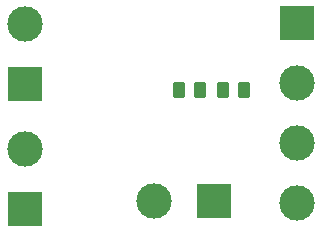
<source format=gbr>
%TF.GenerationSoftware,KiCad,Pcbnew,7.0.8*%
%TF.CreationDate,2024-03-30T04:59:33+03:00*%
%TF.ProjectId,PowerSensor,506f7765-7253-4656-9e73-6f722e6b6963,rev?*%
%TF.SameCoordinates,Original*%
%TF.FileFunction,Soldermask,Bot*%
%TF.FilePolarity,Negative*%
%FSLAX46Y46*%
G04 Gerber Fmt 4.6, Leading zero omitted, Abs format (unit mm)*
G04 Created by KiCad (PCBNEW 7.0.8) date 2024-03-30 04:59:33*
%MOMM*%
%LPD*%
G01*
G04 APERTURE LIST*
G04 Aperture macros list*
%AMRoundRect*
0 Rectangle with rounded corners*
0 $1 Rounding radius*
0 $2 $3 $4 $5 $6 $7 $8 $9 X,Y pos of 4 corners*
0 Add a 4 corners polygon primitive as box body*
4,1,4,$2,$3,$4,$5,$6,$7,$8,$9,$2,$3,0*
0 Add four circle primitives for the rounded corners*
1,1,$1+$1,$2,$3*
1,1,$1+$1,$4,$5*
1,1,$1+$1,$6,$7*
1,1,$1+$1,$8,$9*
0 Add four rect primitives between the rounded corners*
20,1,$1+$1,$2,$3,$4,$5,0*
20,1,$1+$1,$4,$5,$6,$7,0*
20,1,$1+$1,$6,$7,$8,$9,0*
20,1,$1+$1,$8,$9,$2,$3,0*%
G04 Aperture macros list end*
%ADD10R,3.000000X3.000000*%
%ADD11C,3.000000*%
%ADD12RoundRect,0.250000X0.262500X0.450000X-0.262500X0.450000X-0.262500X-0.450000X0.262500X-0.450000X0*%
G04 APERTURE END LIST*
D10*
%TO.C,J3*%
X95800000Y-89480000D03*
D11*
X95800000Y-84400000D03*
%TD*%
D10*
%TO.C,J5*%
X118800000Y-84360000D03*
D11*
X118800000Y-89440000D03*
X118800000Y-94520000D03*
X118800000Y-99600000D03*
%TD*%
D10*
%TO.C,J4*%
X95800000Y-100080000D03*
D11*
X95800000Y-95000000D03*
%TD*%
D10*
%TO.C,J1*%
X111740000Y-99400000D03*
D11*
X106660000Y-99400000D03*
%TD*%
D12*
%TO.C,R4*%
X114325000Y-90000000D03*
X112500000Y-90000000D03*
%TD*%
%TO.C,R5*%
X110625000Y-90000000D03*
X108800000Y-90000000D03*
%TD*%
M02*

</source>
